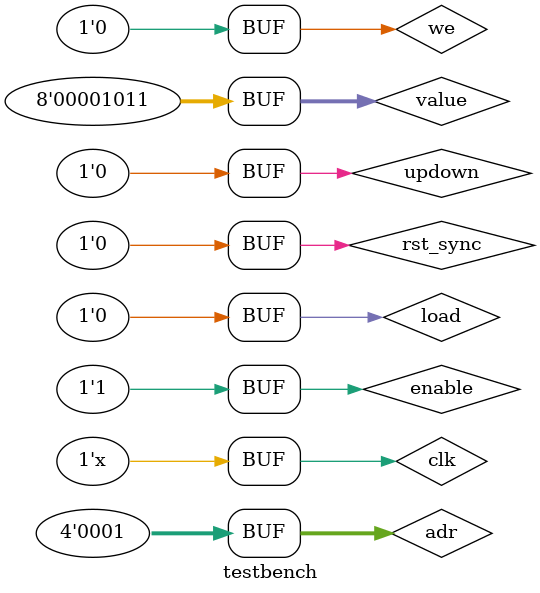
<source format=v>
`timescale 1ns/1ps

module testbench();
	reg clk;
	reg[7:0] value;
	reg[3:0] adr;
	reg we;
	reg rst_sync;
	reg updown;
	reg load;
	wire[7:0] out;
	reg enable;
	
	TOP DUT1(.clk(clk),.value(value),.adr(adr),.we(we),.rst_sync(rst_sync),.updown(updown),.enable(enable),.load(load),.out(out));
	
	initial begin
		clk <= 1;
		repeat (58) begin
			#5 clk <= ~clk;
		end
	end
	
	initial begin
		rst_sync <= 0;
		we <= 1;
		adr <= 1;
		value <= 1;
		#10;
		we <= 1;
		adr <= 15;
		value <= 11;
		#10;
		we <= 0;
		enable <= 1;
		load <= 1;
		updown <= 1;
		#20;
		enable <= 0;
		load <= 0;
		#10;
		enable <= 1;
		#100;
		updown <= 0;
		enable <= 0;
		rst_sync <= 1;
		#20;
		enable <= 1;
		rst_sync <= 0;
		load <= 1;
		adr <= 1;
		#20;
		load <= 0;
		#100;
	end
endmodule
</source>
